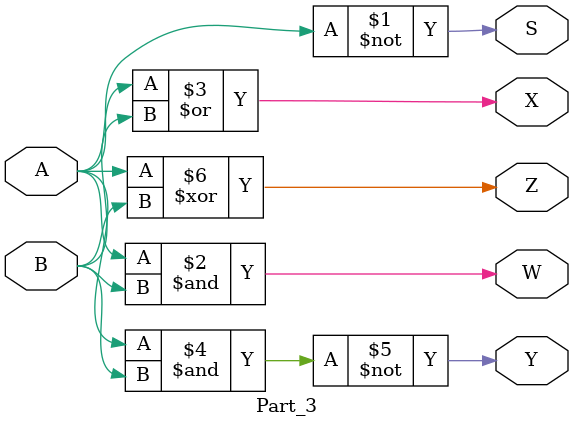
<source format=v>
`timescale 1ns / 1ps


module Part_3(
    input A, B,
    output S, W, X, Y, Z
    );
    
    assign S = ~A;
    assign W = A & B;
    assign X = A | B;
    assign Y = ~(A & B);
    assign Z = A ^ B;
    
endmodule

</source>
